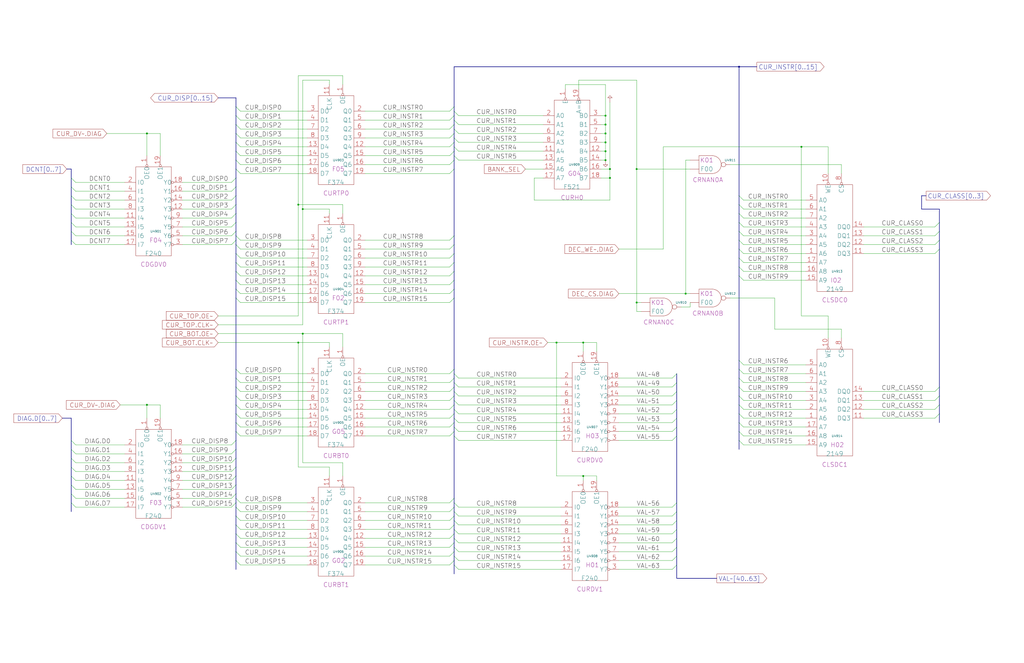
<source format=kicad_sch>
(kicad_sch (version 20250114) (generator "eeschema") (generator_version "9.0")
  (paper "User" 584.2 378.46)
  (title_block (title "CURRENT MACRO INSTRUCTION") (date "22-MAY-90") (rev "1.0") (comment 1 "SEQUENCER") (comment 2 "232-003064") (comment 3 "S400") (comment 4 "RELEASED"))
  (junction (at 363.22 172.72))
  (junction (at 172.72 119.38))
  (junction (at 345.44 86.36))
  (junction (at 170.18 116.84))
  (junction (at 345.44 71.12))
  (junction (at 421.64 38.1))
  (junction (at 347.98 96.52))
  (junction (at 391.16 167.64))
  (junction (at 170.18 195.58))
  (junction (at 363.22 96.52))
  (junction (at 317.5 195.58))
  (junction (at 332.74 195.58))
  (junction (at 83.82 76.2))
  (junction (at 172.72 190.5))
  (junction (at 345.44 66.04))
  (junction (at 347.98 101.6))
  (junction (at 83.82 231.14))
  (junction (at 345.44 91.44))
  (junction (at 332.74 271.78))
  (junction (at 345.44 81.28))
  (junction (at 345.44 76.2))
  (junction (at 457.2 83.82))
  (bus_entry (at 134.62 256.54) (size -2.54 2.54))
  (bus_entry (at 134.62 236.22) (size 2.54 2.54))
  (bus_entry (at 421.64 241.3) (size 2.54 2.54))
  (bus_entry (at 134.62 127) (size -2.54 2.54))
  (bus_entry (at 259.08 304.8) (size -2.54 2.54))
  (bus_entry (at 134.62 215.9) (size 2.54 2.54))
  (bus_entry (at 259.08 299.72) (size -2.54 2.54))
  (bus_entry (at 535.94 132.08) (size -2.54 2.54))
  (bus_entry (at 259.08 302.26) (size 2.54 2.54))
  (bus_entry (at 259.08 312.42) (size 2.54 2.54))
  (bus_entry (at 40.64 116.84) (size 2.54 2.54))
  (bus_entry (at 421.64 127) (size 2.54 2.54))
  (bus_entry (at 134.62 132.08) (size -2.54 2.54))
  (bus_entry (at 259.08 292.1) (size 2.54 2.54))
  (bus_entry (at 535.94 220.98) (size -2.54 2.54))
  (bus_entry (at 259.08 289.56) (size -2.54 2.54))
  (bus_entry (at 40.64 137.16) (size 2.54 2.54))
  (bus_entry (at 535.94 142.24) (size -2.54 2.54))
  (bus_entry (at 40.64 106.68) (size 2.54 2.54))
  (bus_entry (at 421.64 205.74) (size 2.54 2.54))
  (bus_entry (at 40.64 101.6) (size 2.54 2.54))
  (bus_entry (at 421.64 226.06) (size 2.54 2.54))
  (bus_entry (at 386.08 233.68) (size -2.54 2.54))
  (bus_entry (at 535.94 137.16) (size -2.54 2.54))
  (bus_entry (at 40.64 281.94) (size 2.54 2.54))
  (bus_entry (at 259.08 76.2) (size -2.54 2.54))
  (bus_entry (at 134.62 86.36) (size 2.54 2.54))
  (bus_entry (at 134.62 304.8) (size 2.54 2.54))
  (bus_entry (at 134.62 251.46) (size -2.54 2.54))
  (bus_entry (at 134.62 91.44) (size 2.54 2.54))
  (bus_entry (at 386.08 218.44) (size -2.54 2.54))
  (bus_entry (at 134.62 246.38) (size 2.54 2.54))
  (bus_entry (at 134.62 101.6) (size -2.54 2.54))
  (bus_entry (at 134.62 71.12) (size 2.54 2.54))
  (bus_entry (at 40.64 127) (size 2.54 2.54))
  (bus_entry (at 259.08 226.06) (size -2.54 2.54))
  (bus_entry (at 421.64 231.14) (size 2.54 2.54))
  (bus_entry (at 259.08 320.04) (size -2.54 2.54))
  (bus_entry (at 134.62 111.76) (size -2.54 2.54))
  (bus_entry (at 259.08 73.66) (size 2.54 2.54))
  (bus_entry (at 259.08 88.9) (size 2.54 2.54))
  (bus_entry (at 421.64 137.16) (size 2.54 2.54))
  (bus_entry (at 535.94 231.14) (size -2.54 2.54))
  (bus_entry (at 259.08 60.96) (size -2.54 2.54))
  (bus_entry (at 421.64 152.4) (size 2.54 2.54))
  (bus_entry (at 386.08 292.1) (size -2.54 2.54))
  (bus_entry (at 134.62 220.98) (size 2.54 2.54))
  (bus_entry (at 421.64 251.46) (size 2.54 2.54))
  (bus_entry (at 134.62 170.18) (size 2.54 2.54))
  (bus_entry (at 259.08 139.7) (size -2.54 2.54))
  (bus_entry (at 386.08 302.26) (size -2.54 2.54))
  (bus_entry (at 535.94 226.06) (size -2.54 2.54))
  (bus_entry (at 134.62 165.1) (size 2.54 2.54))
  (bus_entry (at 134.62 320.04) (size 2.54 2.54))
  (bus_entry (at 40.64 121.92) (size 2.54 2.54))
  (bus_entry (at 421.64 157.48) (size 2.54 2.54))
  (bus_entry (at 259.08 236.22) (size -2.54 2.54))
  (bus_entry (at 40.64 132.08) (size 2.54 2.54))
  (bus_entry (at 259.08 233.68) (size 2.54 2.54))
  (bus_entry (at 386.08 287.02) (size -2.54 2.54))
  (bus_entry (at 134.62 299.72) (size 2.54 2.54))
  (bus_entry (at 259.08 248.92) (size 2.54 2.54))
  (bus_entry (at 259.08 165.1) (size -2.54 2.54))
  (bus_entry (at 134.62 121.92) (size -2.54 2.54))
  (bus_entry (at 134.62 66.04) (size 2.54 2.54))
  (bus_entry (at 421.64 236.22) (size 2.54 2.54))
  (bus_entry (at 421.64 210.82) (size 2.54 2.54))
  (bus_entry (at 259.08 314.96) (size -2.54 2.54))
  (bus_entry (at 134.62 266.7) (size -2.54 2.54))
  (bus_entry (at 259.08 317.5) (size 2.54 2.54))
  (bus_entry (at 134.62 81.28) (size 2.54 2.54))
  (bus_entry (at 421.64 147.32) (size 2.54 2.54))
  (bus_entry (at 134.62 226.06) (size 2.54 2.54))
  (bus_entry (at 421.64 121.92) (size 2.54 2.54))
  (bus_entry (at 134.62 60.96) (size 2.54 2.54))
  (bus_entry (at 134.62 309.88) (size 2.54 2.54))
  (bus_entry (at 134.62 116.84) (size -2.54 2.54))
  (bus_entry (at 259.08 231.14) (size -2.54 2.54))
  (bus_entry (at 259.08 66.04) (size -2.54 2.54))
  (bus_entry (at 134.62 271.78) (size -2.54 2.54))
  (bus_entry (at 259.08 149.86) (size -2.54 2.54))
  (bus_entry (at 134.62 261.62) (size -2.54 2.54))
  (bus_entry (at 259.08 228.6) (size 2.54 2.54))
  (bus_entry (at 259.08 86.36) (size -2.54 2.54))
  (bus_entry (at 386.08 248.92) (size -2.54 2.54))
  (bus_entry (at 535.94 236.22) (size -2.54 2.54))
  (bus_entry (at 421.64 220.98) (size 2.54 2.54))
  (bus_entry (at 134.62 160.02) (size 2.54 2.54))
  (bus_entry (at 535.94 127) (size -2.54 2.54))
  (bus_entry (at 259.08 309.88) (size -2.54 2.54))
  (bus_entry (at 40.64 276.86) (size 2.54 2.54))
  (bus_entry (at 386.08 228.6) (size -2.54 2.54))
  (bus_entry (at 134.62 134.62) (size 2.54 2.54))
  (bus_entry (at 259.08 83.82) (size 2.54 2.54))
  (bus_entry (at 259.08 160.02) (size -2.54 2.54))
  (bus_entry (at 259.08 215.9) (size -2.54 2.54))
  (bus_entry (at 421.64 132.08) (size 2.54 2.54))
  (bus_entry (at 40.64 287.02) (size 2.54 2.54))
  (bus_entry (at 421.64 142.24) (size 2.54 2.54))
  (bus_entry (at 259.08 294.64) (size -2.54 2.54))
  (bus_entry (at 40.64 111.76) (size 2.54 2.54))
  (bus_entry (at 259.08 218.44) (size 2.54 2.54))
  (bus_entry (at 259.08 287.02) (size 2.54 2.54))
  (bus_entry (at 421.64 116.84) (size 2.54 2.54))
  (bus_entry (at 386.08 238.76) (size -2.54 2.54))
  (bus_entry (at 386.08 297.18) (size -2.54 2.54))
  (bus_entry (at 259.08 81.28) (size -2.54 2.54))
  (bus_entry (at 259.08 71.12) (size -2.54 2.54))
  (bus_entry (at 134.62 210.82) (size 2.54 2.54))
  (bus_entry (at 259.08 223.52) (size 2.54 2.54))
  (bus_entry (at 259.08 91.44) (size -2.54 2.54))
  (bus_entry (at 386.08 317.5) (size -2.54 2.54))
  (bus_entry (at 421.64 111.76) (size 2.54 2.54))
  (bus_entry (at 259.08 220.98) (size -2.54 2.54))
  (bus_entry (at 386.08 312.42) (size -2.54 2.54))
  (bus_entry (at 259.08 210.82) (size -2.54 2.54))
  (bus_entry (at 259.08 134.62) (size -2.54 2.54))
  (bus_entry (at 421.64 246.38) (size 2.54 2.54))
  (bus_entry (at 134.62 241.3) (size 2.54 2.54))
  (bus_entry (at 134.62 76.2) (size 2.54 2.54))
  (bus_entry (at 259.08 144.78) (size -2.54 2.54))
  (bus_entry (at 259.08 78.74) (size 2.54 2.54))
  (bus_entry (at 134.62 231.14) (size 2.54 2.54))
  (bus_entry (at 259.08 284.48) (size -2.54 2.54))
  (bus_entry (at 259.08 322.58) (size 2.54 2.54))
  (bus_entry (at 259.08 307.34) (size 2.54 2.54))
  (bus_entry (at 134.62 281.94) (size -2.54 2.54))
  (bus_entry (at 386.08 322.58) (size -2.54 2.54))
  (bus_entry (at 134.62 284.48) (size 2.54 2.54))
  (bus_entry (at 40.64 261.62) (size 2.54 2.54))
  (bus_entry (at 259.08 170.18) (size -2.54 2.54))
  (bus_entry (at 40.64 256.54) (size 2.54 2.54))
  (bus_entry (at 259.08 63.5) (size 2.54 2.54))
  (bus_entry (at 134.62 139.7) (size 2.54 2.54))
  (bus_entry (at 421.64 215.9) (size 2.54 2.54))
  (bus_entry (at 134.62 144.78) (size 2.54 2.54))
  (bus_entry (at 259.08 297.18) (size 2.54 2.54))
  (bus_entry (at 386.08 213.36) (size -2.54 2.54))
  (bus_entry (at 386.08 223.52) (size -2.54 2.54))
  (bus_entry (at 259.08 241.3) (size -2.54 2.54))
  (bus_entry (at 134.62 106.68) (size -2.54 2.54))
  (bus_entry (at 259.08 96.52) (size -2.54 2.54))
  (bus_entry (at 259.08 68.58) (size 2.54 2.54))
  (bus_entry (at 259.08 154.94) (size -2.54 2.54))
  (bus_entry (at 134.62 137.16) (size -2.54 2.54))
  (bus_entry (at 134.62 314.96) (size 2.54 2.54))
  (bus_entry (at 134.62 287.02) (size -2.54 2.54))
  (bus_entry (at 259.08 246.38) (size -2.54 2.54))
  (bus_entry (at 259.08 243.84) (size 2.54 2.54))
  (bus_entry (at 40.64 251.46) (size 2.54 2.54))
  (bus_entry (at 134.62 149.86) (size 2.54 2.54))
  (bus_entry (at 386.08 307.34) (size -2.54 2.54))
  (bus_entry (at 134.62 294.64) (size 2.54 2.54))
  (bus_entry (at 40.64 271.78) (size 2.54 2.54))
  (bus_entry (at 134.62 276.86) (size -2.54 2.54))
  (bus_entry (at 259.08 238.76) (size 2.54 2.54))
  (bus_entry (at 134.62 96.52) (size 2.54 2.54))
  (bus_entry (at 386.08 243.84) (size -2.54 2.54))
  (bus_entry (at 259.08 213.36) (size 2.54 2.54))
  (bus_entry (at 134.62 154.94) (size 2.54 2.54))
  (bus_entry (at 40.64 266.7) (size 2.54 2.54))
  (bus_entry (at 134.62 289.56) (size 2.54 2.54))
  (bus (pts (xy 421.64 246.38) (xy 421.64 251.46)))
  (bus (pts (xy 525.78 111.76) (xy 528.32 111.76)))
  (bus (pts (xy 386.08 307.34) (xy 386.08 312.42)))
  (wire (pts (xy 492.76 129.54) (xy 533.4 129.54)))
  (bus (pts (xy 40.64 96.52) (xy 40.64 101.6)))
  (bus (pts (xy 421.64 220.98) (xy 421.64 226.06)))
  (bus (pts (xy 421.64 142.24) (xy 421.64 147.32)))
  (bus (pts (xy 525.78 119.38) (xy 525.78 111.76)))
  (wire (pts (xy 304.8 114.3) (xy 347.98 114.3)))
  (wire (pts (xy 363.22 96.52) (xy 393.7 96.52)))
  (bus (pts (xy 259.08 236.22) (xy 259.08 238.76)))
  (wire (pts (xy 424.18 149.86) (xy 459.74 149.86)))
  (wire (pts (xy 342.9 71.12) (xy 345.44 71.12)))
  (bus (pts (xy 259.08 314.96) (xy 259.08 317.5)))
  (bus (pts (xy 259.08 307.34) (xy 259.08 309.88)))
  (wire (pts (xy 104.14 109.22) (xy 132.08 109.22)))
  (wire (pts (xy 208.28 248.92) (xy 256.54 248.92)))
  (wire (pts (xy 261.62 81.28) (xy 309.88 81.28)))
  (wire (pts (xy 317.5 195.58) (xy 317.5 271.78)))
  (bus (pts (xy 259.08 317.5) (xy 259.08 320.04)))
  (bus (pts (xy 386.08 233.68) (xy 386.08 238.76)))
  (bus (pts (xy 40.64 132.08) (xy 40.64 137.16)))
  (wire (pts (xy 261.62 304.8) (xy 320.04 304.8)))
  (wire (pts (xy 137.16 68.58) (xy 175.26 68.58)))
  (wire (pts (xy 353.06 251.46) (xy 383.54 251.46)))
  (wire (pts (xy 208.28 302.26) (xy 256.54 302.26)))
  (wire (pts (xy 68.58 231.14) (xy 83.82 231.14)))
  (wire (pts (xy 353.06 309.88) (xy 383.54 309.88)))
  (wire (pts (xy 424.18 238.76) (xy 459.74 238.76)))
  (wire (pts (xy 393.7 175.26) (xy 393.7 172.72)))
  (wire (pts (xy 208.28 307.34) (xy 256.54 307.34)))
  (wire (pts (xy 208.28 292.1) (xy 256.54 292.1)))
  (wire (pts (xy 353.06 236.22) (xy 383.54 236.22)))
  (wire (pts (xy 345.44 91.44) (xy 345.44 86.36)))
  (wire (pts (xy 137.16 147.32) (xy 175.26 147.32)))
  (wire (pts (xy 424.18 218.44) (xy 459.74 218.44)))
  (wire (pts (xy 137.16 307.34) (xy 175.26 307.34)))
  (wire (pts (xy 170.18 43.18) (xy 170.18 116.84)))
  (wire (pts (xy 104.14 129.54) (xy 132.08 129.54)))
  (bus (pts (xy 134.62 294.64) (xy 134.62 299.72)))
  (wire (pts (xy 137.16 228.6) (xy 175.26 228.6)))
  (bus (pts (xy 134.62 314.96) (xy 134.62 320.04)))
  (bus (pts (xy 259.08 73.66) (xy 259.08 76.2)))
  (bus (pts (xy 124.46 55.88) (xy 134.62 55.88)))
  (wire (pts (xy 43.18 259.08) (xy 71.12 259.08)))
  (bus (pts (xy 421.64 127) (xy 421.64 132.08)))
  (bus (pts (xy 259.08 322.58) (xy 259.08 327.66)))
  (bus (pts (xy 134.62 276.86) (xy 134.62 281.94)))
  (wire (pts (xy 472.44 180.34) (xy 457.2 180.34)))
  (wire (pts (xy 137.16 312.42) (xy 175.26 312.42)))
  (wire (pts (xy 43.18 254) (xy 71.12 254)))
  (wire (pts (xy 441.96 187.96) (xy 480.06 187.96)))
  (bus (pts (xy 259.08 299.72) (xy 259.08 302.26)))
  (bus (pts (xy 421.64 137.16) (xy 421.64 142.24)))
  (wire (pts (xy 137.16 243.84) (xy 175.26 243.84)))
  (wire (pts (xy 137.16 322.58) (xy 175.26 322.58)))
  (bus (pts (xy 259.08 302.26) (xy 259.08 304.8)))
  (wire (pts (xy 208.28 99.06) (xy 256.54 99.06)))
  (wire (pts (xy 43.18 274.32) (xy 71.12 274.32)))
  (wire (pts (xy 208.28 137.16) (xy 256.54 137.16)))
  (wire (pts (xy 345.44 81.28) (xy 345.44 76.2)))
  (bus (pts (xy 134.62 236.22) (xy 134.62 241.3)))
  (bus (pts (xy 259.08 233.68) (xy 259.08 236.22)))
  (wire (pts (xy 345.44 76.2) (xy 345.44 71.12)))
  (wire (pts (xy 492.76 144.78) (xy 533.4 144.78)))
  (wire (pts (xy 195.58 43.18) (xy 170.18 43.18)))
  (bus (pts (xy 421.64 132.08) (xy 421.64 137.16)))
  (wire (pts (xy 261.62 76.2) (xy 309.88 76.2)))
  (wire (pts (xy 330.2 45.72) (xy 363.22 45.72)))
  (wire (pts (xy 187.96 266.7) (xy 170.18 266.7)))
  (bus (pts (xy 134.62 251.46) (xy 134.62 256.54)))
  (wire (pts (xy 91.44 76.2) (xy 83.82 76.2)))
  (bus (pts (xy 259.08 284.48) (xy 259.08 287.02)))
  (wire (pts (xy 137.16 297.18) (xy 175.26 297.18)))
  (wire (pts (xy 391.16 167.64) (xy 391.16 91.44)))
  (wire (pts (xy 172.72 185.42) (xy 172.72 119.38)))
  (wire (pts (xy 353.06 167.64) (xy 391.16 167.64)))
  (bus (pts (xy 386.08 292.1) (xy 386.08 297.18)))
  (bus (pts (xy 40.64 256.54) (xy 40.64 261.62)))
  (wire (pts (xy 363.22 45.72) (xy 363.22 96.52)))
  (bus (pts (xy 259.08 238.76) (xy 259.08 241.3)))
  (bus (pts (xy 259.08 160.02) (xy 259.08 165.1)))
  (wire (pts (xy 261.62 241.3) (xy 320.04 241.3)))
  (wire (pts (xy 104.14 259.08) (xy 132.08 259.08)))
  (bus (pts (xy 535.94 142.24) (xy 535.94 220.98)))
  (bus (pts (xy 259.08 134.62) (xy 259.08 139.7)))
  (wire (pts (xy 261.62 320.04) (xy 320.04 320.04)))
  (bus (pts (xy 134.62 241.3) (xy 134.62 246.38)))
  (wire (pts (xy 347.98 114.3) (xy 347.98 101.6)))
  (wire (pts (xy 424.18 129.54) (xy 459.74 129.54)))
  (bus (pts (xy 134.62 154.94) (xy 134.62 160.02)))
  (wire (pts (xy 353.06 142.24) (xy 378.46 142.24)))
  (wire (pts (xy 353.06 231.14) (xy 383.54 231.14)))
  (bus (pts (xy 259.08 241.3) (xy 259.08 243.84)))
  (bus (pts (xy 134.62 149.86) (xy 134.62 154.94)))
  (bus (pts (xy 421.64 205.74) (xy 421.64 210.82)))
  (bus (pts (xy 38.1 96.52) (xy 40.64 96.52)))
  (wire (pts (xy 43.18 109.22) (xy 71.12 109.22)))
  (wire (pts (xy 43.18 129.54) (xy 71.12 129.54)))
  (wire (pts (xy 137.16 99.06) (xy 175.26 99.06)))
  (bus (pts (xy 535.94 119.38) (xy 525.78 119.38)))
  (wire (pts (xy 208.28 312.42) (xy 256.54 312.42)))
  (wire (pts (xy 342.9 66.04) (xy 345.44 66.04)))
  (bus (pts (xy 421.64 215.9) (xy 421.64 220.98)))
  (wire (pts (xy 208.28 83.82) (xy 256.54 83.82)))
  (wire (pts (xy 208.28 152.4) (xy 256.54 152.4)))
  (wire (pts (xy 353.06 320.04) (xy 383.54 320.04)))
  (wire (pts (xy 472.44 193.04) (xy 472.44 180.34)))
  (bus (pts (xy 535.94 220.98) (xy 535.94 226.06)))
  (bus (pts (xy 259.08 220.98) (xy 259.08 223.52)))
  (bus (pts (xy 421.64 38.1) (xy 421.64 111.76)))
  (wire (pts (xy 345.44 66.04) (xy 345.44 48.26)))
  (bus (pts (xy 421.64 236.22) (xy 421.64 241.3)))
  (wire (pts (xy 137.16 218.44) (xy 175.26 218.44)))
  (bus (pts (xy 259.08 78.74) (xy 259.08 81.28)))
  (wire (pts (xy 322.58 48.26) (xy 322.58 50.8)))
  (wire (pts (xy 187.96 198.12) (xy 187.96 195.58)))
  (bus (pts (xy 134.62 284.48) (xy 134.62 287.02)))
  (wire (pts (xy 137.16 137.16) (xy 175.26 137.16)))
  (bus (pts (xy 259.08 304.8) (xy 259.08 307.34)))
  (wire (pts (xy 353.06 226.06) (xy 383.54 226.06)))
  (bus (pts (xy 40.64 121.92) (xy 40.64 127)))
  (bus (pts (xy 259.08 86.36) (xy 259.08 88.9)))
  (wire (pts (xy 83.82 76.2) (xy 83.82 88.9)))
  (wire (pts (xy 332.74 271.78) (xy 332.74 274.32)))
  (bus (pts (xy 386.08 330.2) (xy 408.94 330.2)))
  (bus (pts (xy 40.64 111.76) (xy 40.64 116.84)))
  (bus (pts (xy 134.62 66.04) (xy 134.62 71.12)))
  (bus (pts (xy 134.62 134.62) (xy 134.62 137.16)))
  (bus (pts (xy 134.62 309.88) (xy 134.62 314.96)))
  (bus (pts (xy 134.62 231.14) (xy 134.62 236.22)))
  (bus (pts (xy 40.64 276.86) (xy 40.64 281.94)))
  (wire (pts (xy 345.44 71.12) (xy 345.44 66.04)))
  (wire (pts (xy 261.62 251.46) (xy 320.04 251.46)))
  (bus (pts (xy 134.62 170.18) (xy 134.62 210.82)))
  (bus (pts (xy 259.08 312.42) (xy 259.08 314.96)))
  (wire (pts (xy 208.28 157.48) (xy 256.54 157.48)))
  (wire (pts (xy 208.28 213.36) (xy 256.54 213.36)))
  (wire (pts (xy 261.62 226.06) (xy 320.04 226.06)))
  (wire (pts (xy 492.76 134.62) (xy 533.4 134.62)))
  (wire (pts (xy 424.18 139.7) (xy 459.74 139.7)))
  (wire (pts (xy 208.28 73.66) (xy 256.54 73.66)))
  (bus (pts (xy 259.08 294.64) (xy 259.08 297.18)))
  (wire (pts (xy 104.14 114.3) (xy 132.08 114.3)))
  (wire (pts (xy 170.18 116.84) (xy 195.58 116.84)))
  (bus (pts (xy 40.64 261.62) (xy 40.64 266.7)))
  (wire (pts (xy 492.76 228.6) (xy 533.4 228.6)))
  (bus (pts (xy 259.08 60.96) (xy 259.08 63.5)))
  (bus (pts (xy 259.08 320.04) (xy 259.08 322.58)))
  (bus (pts (xy 134.62 320.04) (xy 134.62 325.12)))
  (wire (pts (xy 424.18 228.6) (xy 459.74 228.6)))
  (bus (pts (xy 134.62 261.62) (xy 134.62 266.7)))
  (wire (pts (xy 43.18 139.7) (xy 71.12 139.7)))
  (bus (pts (xy 535.94 231.14) (xy 535.94 236.22)))
  (wire (pts (xy 137.16 213.36) (xy 175.26 213.36)))
  (wire (pts (xy 124.46 180.34) (xy 170.18 180.34)))
  (wire (pts (xy 261.62 314.96) (xy 320.04 314.96)))
  (bus (pts (xy 386.08 248.92) (xy 386.08 287.02)))
  (bus (pts (xy 421.64 226.06) (xy 421.64 231.14)))
  (bus (pts (xy 421.64 157.48) (xy 421.64 205.74)))
  (wire (pts (xy 340.36 195.58) (xy 340.36 200.66)))
  (bus (pts (xy 134.62 71.12) (xy 134.62 76.2)))
  (wire (pts (xy 187.96 271.78) (xy 187.96 266.7)))
  (wire (pts (xy 208.28 172.72) (xy 256.54 172.72)))
  (wire (pts (xy 137.16 83.82) (xy 175.26 83.82)))
  (bus (pts (xy 40.64 106.68) (xy 40.64 111.76)))
  (bus (pts (xy 259.08 66.04) (xy 259.08 68.58)))
  (wire (pts (xy 137.16 317.5) (xy 175.26 317.5)))
  (bus (pts (xy 386.08 297.18) (xy 386.08 302.26)))
  (bus (pts (xy 421.64 251.46) (xy 421.64 256.54)))
  (wire (pts (xy 424.18 208.28) (xy 459.74 208.28)))
  (wire (pts (xy 353.06 246.38) (xy 383.54 246.38)))
  (wire (pts (xy 492.76 233.68) (xy 533.4 233.68)))
  (wire (pts (xy 424.18 254) (xy 459.74 254)))
  (wire (pts (xy 208.28 93.98) (xy 256.54 93.98)))
  (wire (pts (xy 424.18 144.78) (xy 459.74 144.78)))
  (wire (pts (xy 424.18 213.36) (xy 459.74 213.36)))
  (wire (pts (xy 353.06 299.72) (xy 383.54 299.72)))
  (wire (pts (xy 137.16 292.1) (xy 175.26 292.1)))
  (wire (pts (xy 187.96 45.72) (xy 172.72 45.72)))
  (wire (pts (xy 170.18 195.58) (xy 170.18 266.7)))
  (bus (pts (xy 40.64 271.78) (xy 40.64 276.86)))
  (wire (pts (xy 208.28 88.9) (xy 256.54 88.9)))
  (wire (pts (xy 353.06 325.12) (xy 383.54 325.12)))
  (wire (pts (xy 457.2 180.34) (xy 457.2 83.82)))
  (wire (pts (xy 170.18 195.58) (xy 187.96 195.58)))
  (wire (pts (xy 43.18 119.38) (xy 71.12 119.38)))
  (wire (pts (xy 104.14 139.7) (xy 132.08 139.7)))
  (bus (pts (xy 386.08 243.84) (xy 386.08 248.92)))
  (wire (pts (xy 304.8 101.6) (xy 304.8 114.3)))
  (wire (pts (xy 261.62 299.72) (xy 320.04 299.72)))
  (wire (pts (xy 378.46 142.24) (xy 378.46 83.82)))
  (wire (pts (xy 137.16 93.98) (xy 175.26 93.98)))
  (wire (pts (xy 104.14 279.4) (xy 132.08 279.4)))
  (bus (pts (xy 259.08 170.18) (xy 259.08 210.82)))
  (wire (pts (xy 137.16 142.24) (xy 175.26 142.24)))
  (wire (pts (xy 261.62 236.22) (xy 320.04 236.22)))
  (wire (pts (xy 480.06 187.96) (xy 480.06 193.04)))
  (wire (pts (xy 208.28 243.84) (xy 256.54 243.84)))
  (bus (pts (xy 259.08 309.88) (xy 259.08 312.42)))
  (wire (pts (xy 424.18 114.3) (xy 459.74 114.3)))
  (wire (pts (xy 345.44 86.36) (xy 345.44 81.28)))
  (wire (pts (xy 353.06 215.9) (xy 383.54 215.9)))
  (wire (pts (xy 353.06 314.96) (xy 383.54 314.96)))
  (bus (pts (xy 40.64 266.7) (xy 40.64 271.78)))
  (wire (pts (xy 104.14 264.16) (xy 132.08 264.16)))
  (wire (pts (xy 261.62 86.36) (xy 309.88 86.36)))
  (wire (pts (xy 363.22 96.52) (xy 363.22 172.72)))
  (wire (pts (xy 137.16 248.92) (xy 175.26 248.92)))
  (bus (pts (xy 134.62 160.02) (xy 134.62 165.1)))
  (wire (pts (xy 195.58 271.78) (xy 195.58 264.16)))
  (wire (pts (xy 172.72 264.16) (xy 172.72 190.5)))
  (bus (pts (xy 421.64 116.84) (xy 421.64 121.92)))
  (bus (pts (xy 134.62 299.72) (xy 134.62 304.8)))
  (wire (pts (xy 137.16 78.74) (xy 175.26 78.74)))
  (wire (pts (xy 137.16 162.56) (xy 175.26 162.56)))
  (wire (pts (xy 424.18 124.46) (xy 459.74 124.46)))
  (wire (pts (xy 353.06 294.64) (xy 383.54 294.64)))
  (wire (pts (xy 347.98 58.42) (xy 347.98 96.52)))
  (wire (pts (xy 137.16 63.5) (xy 175.26 63.5)))
  (bus (pts (xy 40.64 127) (xy 40.64 132.08)))
  (bus (pts (xy 259.08 218.44) (xy 259.08 220.98)))
  (wire (pts (xy 195.58 48.26) (xy 195.58 43.18)))
  (wire (pts (xy 137.16 287.02) (xy 175.26 287.02)))
  (wire (pts (xy 388.62 175.26) (xy 393.7 175.26)))
  (wire (pts (xy 43.18 104.14) (xy 71.12 104.14)))
  (wire (pts (xy 60.96 76.2) (xy 83.82 76.2)))
  (wire (pts (xy 195.58 116.84) (xy 195.58 121.92)))
  (bus (pts (xy 134.62 220.98) (xy 134.62 226.06)))
  (bus (pts (xy 40.64 287.02) (xy 40.64 292.1)))
  (wire (pts (xy 195.58 264.16) (xy 172.72 264.16)))
  (bus (pts (xy 259.08 292.1) (xy 259.08 294.64)))
  (wire (pts (xy 332.74 195.58) (xy 340.36 195.58)))
  (wire (pts (xy 104.14 104.14) (xy 132.08 104.14)))
  (wire (pts (xy 104.14 124.46) (xy 132.08 124.46)))
  (wire (pts (xy 91.44 88.9) (xy 91.44 76.2)))
  (wire (pts (xy 91.44 238.76) (xy 91.44 231.14)))
  (wire (pts (xy 43.18 134.62) (xy 71.12 134.62)))
  (wire (pts (xy 195.58 198.12) (xy 195.58 190.5)))
  (bus (pts (xy 259.08 226.06) (xy 259.08 228.6)))
  (wire (pts (xy 104.14 269.24) (xy 132.08 269.24)))
  (bus (pts (xy 134.62 60.96) (xy 134.62 66.04)))
  (wire (pts (xy 261.62 231.14) (xy 320.04 231.14)))
  (wire (pts (xy 104.14 274.32) (xy 132.08 274.32)))
  (wire (pts (xy 208.28 228.6) (xy 256.54 228.6)))
  (bus (pts (xy 134.62 106.68) (xy 134.62 111.76)))
  (wire (pts (xy 208.28 322.58) (xy 256.54 322.58)))
  (bus (pts (xy 134.62 86.36) (xy 134.62 91.44)))
  (bus (pts (xy 259.08 246.38) (xy 259.08 248.92)))
  (bus (pts (xy 134.62 132.08) (xy 134.62 134.62)))
  (bus (pts (xy 134.62 287.02) (xy 134.62 289.56)))
  (bus (pts (xy 259.08 213.36) (xy 259.08 215.9)))
  (wire (pts (xy 424.18 248.92) (xy 459.74 248.92)))
  (wire (pts (xy 43.18 264.16) (xy 71.12 264.16)))
  (bus (pts (xy 386.08 322.58) (xy 386.08 330.2)))
  (bus (pts (xy 259.08 38.1) (xy 421.64 38.1)))
  (bus (pts (xy 259.08 144.78) (xy 259.08 149.86)))
  (bus (pts (xy 535.94 132.08) (xy 535.94 137.16)))
  (bus (pts (xy 134.62 246.38) (xy 134.62 251.46)))
  (wire (pts (xy 416.56 170.18) (xy 441.96 170.18)))
  (bus (pts (xy 421.64 241.3) (xy 421.64 246.38)))
  (bus (pts (xy 40.64 281.94) (xy 40.64 287.02)))
  (bus (pts (xy 134.62 215.9) (xy 134.62 220.98)))
  (bus (pts (xy 535.94 137.16) (xy 535.94 142.24)))
  (bus (pts (xy 40.64 251.46) (xy 40.64 256.54)))
  (wire (pts (xy 261.62 246.38) (xy 320.04 246.38)))
  (bus (pts (xy 134.62 116.84) (xy 134.62 121.92)))
  (wire (pts (xy 309.88 101.6) (xy 304.8 101.6)))
  (wire (pts (xy 208.28 162.56) (xy 256.54 162.56)))
  (wire (pts (xy 172.72 45.72) (xy 172.72 119.38)))
  (wire (pts (xy 353.06 241.3) (xy 383.54 241.3)))
  (bus (pts (xy 134.62 281.94) (xy 134.62 284.48)))
  (wire (pts (xy 137.16 302.26) (xy 175.26 302.26)))
  (wire (pts (xy 208.28 297.18) (xy 256.54 297.18)))
  (bus (pts (xy 259.08 154.94) (xy 259.08 160.02)))
  (wire (pts (xy 124.46 195.58) (xy 170.18 195.58)))
  (wire (pts (xy 137.16 172.72) (xy 175.26 172.72)))
  (wire (pts (xy 424.18 134.62) (xy 459.74 134.62)))
  (wire (pts (xy 332.74 195.58) (xy 332.74 200.66)))
  (wire (pts (xy 137.16 238.76) (xy 175.26 238.76)))
  (bus (pts (xy 134.62 127) (xy 134.62 132.08)))
  (wire (pts (xy 104.14 134.62) (xy 132.08 134.62)))
  (wire (pts (xy 261.62 66.04) (xy 309.88 66.04)))
  (bus (pts (xy 259.08 243.84) (xy 259.08 246.38)))
  (bus (pts (xy 35.56 238.76) (xy 40.64 238.76)))
  (wire (pts (xy 393.7 167.64) (xy 391.16 167.64)))
  (wire (pts (xy 208.28 63.5) (xy 256.54 63.5)))
  (bus (pts (xy 386.08 287.02) (xy 386.08 292.1)))
  (wire (pts (xy 317.5 195.58) (xy 332.74 195.58)))
  (wire (pts (xy 261.62 91.44) (xy 309.88 91.44)))
  (wire (pts (xy 363.22 177.8) (xy 365.76 177.8)))
  (wire (pts (xy 424.18 243.84) (xy 459.74 243.84)))
  (wire (pts (xy 104.14 119.38) (xy 132.08 119.38)))
  (bus (pts (xy 40.64 116.84) (xy 40.64 121.92)))
  (bus (pts (xy 134.62 210.82) (xy 134.62 215.9)))
  (wire (pts (xy 43.18 279.4) (xy 71.12 279.4)))
  (wire (pts (xy 43.18 284.48) (xy 71.12 284.48)))
  (wire (pts (xy 208.28 233.68) (xy 256.54 233.68)))
  (wire (pts (xy 104.14 289.56) (xy 132.08 289.56)))
  (wire (pts (xy 261.62 71.12) (xy 309.88 71.12)))
  (bus (pts (xy 259.08 96.52) (xy 259.08 134.62)))
  (bus (pts (xy 259.08 223.52) (xy 259.08 226.06)))
  (bus (pts (xy 134.62 55.88) (xy 134.62 60.96)))
  (wire (pts (xy 457.2 83.82) (xy 472.44 83.82)))
  (wire (pts (xy 124.46 185.42) (xy 172.72 185.42)))
  (wire (pts (xy 492.76 139.7) (xy 533.4 139.7)))
  (wire (pts (xy 104.14 254) (xy 132.08 254)))
  (wire (pts (xy 187.96 119.38) (xy 187.96 121.92)))
  (bus (pts (xy 259.08 76.2) (xy 259.08 78.74)))
  (bus (pts (xy 259.08 91.44) (xy 259.08 96.52)))
  (wire (pts (xy 170.18 180.34) (xy 170.18 116.84)))
  (wire (pts (xy 208.28 147.32) (xy 256.54 147.32)))
  (wire (pts (xy 345.44 48.26) (xy 322.58 48.26)))
  (bus (pts (xy 386.08 218.44) (xy 386.08 223.52)))
  (wire (pts (xy 195.58 190.5) (xy 172.72 190.5)))
  (wire (pts (xy 83.82 231.14) (xy 91.44 231.14)))
  (bus (pts (xy 134.62 256.54) (xy 134.62 261.62)))
  (bus (pts (xy 259.08 81.28) (xy 259.08 83.82)))
  (bus (pts (xy 134.62 226.06) (xy 134.62 231.14)))
  (wire (pts (xy 208.28 167.64) (xy 256.54 167.64)))
  (wire (pts (xy 330.2 50.8) (xy 330.2 45.72)))
  (wire (pts (xy 187.96 48.26) (xy 187.96 45.72)))
  (bus (pts (xy 40.64 238.76) (xy 40.64 251.46)))
  (bus (pts (xy 134.62 91.44) (xy 134.62 96.52)))
  (bus (pts (xy 259.08 68.58) (xy 259.08 71.12)))
  (wire (pts (xy 424.18 223.52) (xy 459.74 223.52)))
  (wire (pts (xy 208.28 78.74) (xy 256.54 78.74)))
  (wire (pts (xy 312.42 195.58) (xy 317.5 195.58)))
  (bus (pts (xy 421.64 147.32) (xy 421.64 152.4)))
  (wire (pts (xy 261.62 309.88) (xy 320.04 309.88)))
  (bus (pts (xy 134.62 271.78) (xy 134.62 276.86)))
  (bus (pts (xy 386.08 223.52) (xy 386.08 228.6)))
  (wire (pts (xy 353.06 289.56) (xy 383.54 289.56)))
  (wire (pts (xy 492.76 238.76) (xy 533.4 238.76)))
  (bus (pts (xy 40.64 101.6) (xy 40.64 106.68)))
  (wire (pts (xy 353.06 220.98) (xy 383.54 220.98)))
  (wire (pts (xy 137.16 73.66) (xy 175.26 73.66)))
  (bus (pts (xy 134.62 121.92) (xy 134.62 127)))
  (bus (pts (xy 134.62 165.1) (xy 134.62 170.18)))
  (wire (pts (xy 347.98 101.6) (xy 342.9 101.6)))
  (bus (pts (xy 134.62 81.28) (xy 134.62 86.36)))
  (wire (pts (xy 137.16 88.9) (xy 175.26 88.9)))
  (bus (pts (xy 386.08 228.6) (xy 386.08 233.68)))
  (wire (pts (xy 299.72 96.52) (xy 309.88 96.52)))
  (bus (pts (xy 421.64 231.14) (xy 421.64 236.22)))
  (wire (pts (xy 261.62 325.12) (xy 320.04 325.12)))
  (bus (pts (xy 259.08 71.12) (xy 259.08 73.66)))
  (wire (pts (xy 208.28 68.58) (xy 256.54 68.58)))
  (wire (pts (xy 416.56 93.98) (xy 480.06 93.98)))
  (bus (pts (xy 134.62 96.52) (xy 134.62 101.6)))
  (wire (pts (xy 424.18 154.94) (xy 459.74 154.94)))
  (bus (pts (xy 134.62 111.76) (xy 134.62 116.84)))
  (bus (pts (xy 386.08 317.5) (xy 386.08 322.58)))
  (wire (pts (xy 208.28 238.76) (xy 256.54 238.76)))
  (wire (pts (xy 261.62 289.56) (xy 320.04 289.56)))
  (wire (pts (xy 208.28 317.5) (xy 256.54 317.5)))
  (wire (pts (xy 137.16 233.68) (xy 175.26 233.68)))
  (bus (pts (xy 535.94 127) (xy 535.94 132.08)))
  (wire (pts (xy 208.28 142.24) (xy 256.54 142.24)))
  (wire (pts (xy 208.28 223.52) (xy 256.54 223.52)))
  (bus (pts (xy 259.08 149.86) (xy 259.08 154.94)))
  (bus (pts (xy 259.08 38.1) (xy 259.08 60.96)))
  (wire (pts (xy 424.18 233.68) (xy 459.74 233.68)))
  (wire (pts (xy 317.5 271.78) (xy 332.74 271.78)))
  (bus (pts (xy 386.08 238.76) (xy 386.08 243.84)))
  (wire (pts (xy 342.9 86.36) (xy 345.44 86.36)))
  (bus (pts (xy 259.08 297.18) (xy 259.08 299.72)))
  (bus (pts (xy 259.08 165.1) (xy 259.08 170.18)))
  (bus (pts (xy 134.62 144.78) (xy 134.62 149.86)))
  (wire (pts (xy 347.98 96.52) (xy 347.98 101.6)))
  (wire (pts (xy 104.14 284.48) (xy 132.08 284.48)))
  (bus (pts (xy 259.08 231.14) (xy 259.08 233.68)))
  (wire (pts (xy 43.18 124.46) (xy 71.12 124.46)))
  (bus (pts (xy 259.08 63.5) (xy 259.08 66.04)))
  (bus (pts (xy 134.62 137.16) (xy 134.62 139.7)))
  (wire (pts (xy 137.16 167.64) (xy 175.26 167.64)))
  (bus (pts (xy 421.64 111.76) (xy 421.64 116.84)))
  (bus (pts (xy 535.94 236.22) (xy 535.94 241.3)))
  (wire (pts (xy 83.82 231.14) (xy 83.82 238.76)))
  (wire (pts (xy 441.96 170.18) (xy 441.96 187.96)))
  (bus (pts (xy 386.08 213.36) (xy 386.08 218.44)))
  (wire (pts (xy 261.62 294.64) (xy 320.04 294.64)))
  (bus (pts (xy 259.08 248.92) (xy 259.08 284.48)))
  (wire (pts (xy 363.22 172.72) (xy 363.22 177.8)))
  (wire (pts (xy 424.18 119.38) (xy 459.74 119.38)))
  (bus (pts (xy 421.64 152.4) (xy 421.64 157.48)))
  (bus (pts (xy 386.08 302.26) (xy 386.08 307.34)))
  (wire (pts (xy 340.36 271.78) (xy 340.36 274.32)))
  (bus (pts (xy 421.64 121.92) (xy 421.64 127)))
  (bus (pts (xy 535.94 226.06) (xy 535.94 231.14)))
  (wire (pts (xy 391.16 91.44) (xy 393.7 91.44)))
  (bus (pts (xy 134.62 101.6) (xy 134.62 106.68)))
  (bus (pts (xy 134.62 289.56) (xy 134.62 294.64)))
  (bus (pts (xy 421.64 210.82) (xy 421.64 215.9)))
  (wire (pts (xy 480.06 93.98) (xy 480.06 99.06)))
  (wire (pts (xy 492.76 223.52) (xy 533.4 223.52)))
  (bus (pts (xy 134.62 76.2) (xy 134.62 81.28)))
  (bus (pts (xy 40.64 137.16) (xy 40.64 139.7)))
  (bus (pts (xy 134.62 304.8) (xy 134.62 309.88)))
  (wire (pts (xy 137.16 157.48) (xy 175.26 157.48)))
  (bus (pts (xy 259.08 139.7) (xy 259.08 144.78)))
  (bus (pts (xy 259.08 289.56) (xy 259.08 292.1)))
  (bus (pts (xy 259.08 83.82) (xy 259.08 86.36)))
  (bus (pts (xy 421.64 38.1) (xy 431.8 38.1)))
  (wire (pts (xy 261.62 215.9) (xy 320.04 215.9)))
  (wire (pts (xy 378.46 83.82) (xy 457.2 83.82)))
  (wire (pts (xy 43.18 269.24) (xy 71.12 269.24)))
  (wire (pts (xy 342.9 91.44) (xy 345.44 91.44)))
  (wire (pts (xy 208.28 287.02) (xy 256.54 287.02)))
  (wire (pts (xy 424.18 160.02) (xy 459.74 160.02)))
  (wire (pts (xy 332.74 271.78) (xy 340.36 271.78)))
  (wire (pts (xy 43.18 114.3) (xy 71.12 114.3)))
  (bus (pts (xy 386.08 312.42) (xy 386.08 317.5)))
  (wire (pts (xy 353.06 304.8) (xy 383.54 304.8)))
  (bus (pts (xy 259.08 88.9) (xy 259.08 91.44)))
  (wire (pts (xy 172.72 190.5) (xy 124.46 190.5)))
  (bus (pts (xy 134.62 139.7) (xy 134.62 144.78)))
  (wire (pts (xy 342.9 76.2) (xy 345.44 76.2)))
  (wire (pts (xy 363.22 172.72) (xy 365.76 172.72)))
  (wire (pts (xy 208.28 218.44) (xy 256.54 218.44)))
  (bus (pts (xy 259.08 210.82) (xy 259.08 213.36)))
  (wire (pts (xy 342.9 81.28) (xy 345.44 81.28)))
  (bus (pts (xy 535.94 119.38) (xy 535.94 127)))
  (bus (pts (xy 259.08 287.02) (xy 259.08 289.56)))
  (wire (pts (xy 137.16 223.52) (xy 175.26 223.52)))
  (wire (pts (xy 342.9 96.52) (xy 347.98 96.52)))
  (wire (pts (xy 137.16 152.4) (xy 175.26 152.4)))
  (wire (pts (xy 472.44 83.82) (xy 472.44 99.06)))
  (wire (pts (xy 261.62 220.98) (xy 320.04 220.98)))
  (wire (pts (xy 172.72 119.38) (xy 187.96 119.38)))
  (bus (pts (xy 134.62 266.7) (xy 134.62 271.78)))
  (bus (pts (xy 259.08 228.6) (xy 259.08 231.14)))
  (bus (pts (xy 259.08 215.9) (xy 259.08 218.44)))
  (wire (pts (xy 43.18 289.56) (xy 71.12 289.56)))
  (label "CUR_INSTR14" (at 271.78 320.04 0) (effects (font (size 2.54 2.54))))
  (label "DIAG.D2" (at 48.26 264.16 0) (effects (font (size 2.54 2.54))))
  (label "CUR_INSTR2" (at 426.72 124.46 0) (effects (font (size 2.54 2.54))))
  (label "CUR_INSTR9" (at 271.78 294.64 0) (effects (font (size 2.54 2.54))))
  (label "CUR_DISP0" (at 139.7 213.36 0) (effects (font (size 2.54 2.54))))
  (label "VAL~58" (at 363.22 299.72 0) (effects (font (size 2.54 2.54))))
  (label "DIAG.D7" (at 48.26 289.56 0) (effects (font (size 2.54 2.54))))
  (label "CUR_CLASS0" (at 502.92 129.54 0) (effects (font (size 2.54 2.54))))
  (label "CUR_DISP15" (at 109.22 289.56 0) (effects (font (size 2.54 2.54))))
  (label "DIAG.D3" (at 48.26 269.24 0) (effects (font (size 2.54 2.54))))
  (label "VAL~60" (at 363.22 309.88 0) (effects (font (size 2.54 2.54))))
  (label "CUR_DISP3" (at 139.7 78.74 0) (effects (font (size 2.54 2.54))))
  (label "CUR_INSTR5" (at 271.78 91.44 0) (effects (font (size 2.54 2.54))))
  (label "DCNT4" (at 50.8 124.46 0) (effects (font (size 2.54 2.54))))
  (label "CUR_INSTR8" (at 271.78 289.56 0) (effects (font (size 2.54 2.54))))
  (label "CUR_INSTR3" (at 271.78 81.28 0) (effects (font (size 2.54 2.54))))
  (label "CUR_INSTR6" (at 426.72 208.28 0) (effects (font (size 2.54 2.54))))
  (label "CUR_INSTR6" (at 426.72 144.78 0) (effects (font (size 2.54 2.54))))
  (label "CUR_DISP2" (at 139.7 73.66 0) (effects (font (size 2.54 2.54))))
  (label "DCNT1" (at 50.8 109.22 0) (effects (font (size 2.54 2.54))))
  (label "CUR_INSTR10" (at 426.72 228.6 0) (effects (font (size 2.54 2.54))))
  (label "CUR_INSTR14" (at 426.72 248.92 0) (effects (font (size 2.54 2.54))))
  (label "CUR_DISP13" (at 109.22 279.4 0) (effects (font (size 2.54 2.54))))
  (label "CUR_DISP13" (at 139.7 162.56 0) (effects (font (size 2.54 2.54))))
  (label "CUR_INSTR10" (at 218.44 147.32 0) (effects (font (size 2.54 2.54))))
  (label "CUR_INSTR5" (at 426.72 139.7 0) (effects (font (size 2.54 2.54))))
  (label "CUR_INSTR7" (at 426.72 213.36 0) (effects (font (size 2.54 2.54))))
  (label "CUR_DISP13" (at 139.7 312.42 0) (effects (font (size 2.54 2.54))))
  (label "CUR_DISP4" (at 109.22 124.46 0) (effects (font (size 2.54 2.54))))
  (label "CUR_INSTR4" (at 218.44 83.82 0) (effects (font (size 2.54 2.54))))
  (label "CUR_DISP10" (at 139.7 297.18 0) (effects (font (size 2.54 2.54))))
  (label "CUR_DISP1" (at 139.7 68.58 0) (effects (font (size 2.54 2.54))))
  (label "CUR_DISP0" (at 109.22 104.14 0) (effects (font (size 2.54 2.54))))
  (label "CUR_INSTR1" (at 271.78 71.12 0) (effects (font (size 2.54 2.54))))
  (label "CUR_INSTR7" (at 220.98 248.92 0) (effects (font (size 2.54 2.54))))
  (label "CUR_DISP6" (at 139.7 243.84 0) (effects (font (size 2.54 2.54))))
  (label "CUR_CLASS1" (at 502.92 228.6 0) (effects (font (size 2.54 2.54))))
  (label "CUR_INSTR4" (at 271.78 236.22 0) (effects (font (size 2.54 2.54))))
  (label "CUR_INSTR15" (at 220.98 322.58 0) (effects (font (size 2.54 2.54))))
  (label "CUR_INSTR8" (at 426.72 218.44 0) (effects (font (size 2.54 2.54))))
  (label "CUR_INSTR0" (at 220.98 213.36 0) (effects (font (size 2.54 2.54))))
  (label "CUR_DISP9" (at 139.7 142.24 0) (effects (font (size 2.54 2.54))))
  (label "CUR_INSTR15" (at 218.44 172.72 0) (effects (font (size 2.54 2.54))))
  (label "CUR_INSTR6" (at 220.98 243.84 0) (effects (font (size 2.54 2.54))))
  (label "CUR_DISP9" (at 139.7 292.1 0) (effects (font (size 2.54 2.54))))
  (label "VAL~53" (at 363.22 241.3 0) (effects (font (size 2.54 2.54))))
  (label "VAL~51" (at 363.22 231.14 0) (effects (font (size 2.54 2.54))))
  (label "CUR_INSTR6" (at 271.78 246.38 0) (effects (font (size 2.54 2.54))))
  (label "CUR_CLASS0" (at 502.92 223.52 0) (effects (font (size 2.54 2.54))))
  (label "CUR_INSTR2" (at 218.44 73.66 0) (effects (font (size 2.54 2.54))))
  (label "CUR_DISP8" (at 139.7 287.02 0) (effects (font (size 2.54 2.54))))
  (label "CUR_CLASS3" (at 502.92 238.76 0) (effects (font (size 2.54 2.54))))
  (label "VAL~63" (at 363.22 325.12 0) (effects (font (size 2.54 2.54))))
  (label "DIAG.D1" (at 48.26 259.08 0) (effects (font (size 2.54 2.54))))
  (label "CUR_DISP7" (at 109.22 139.7 0) (effects (font (size 2.54 2.54))))
  (label "CUR_DISP10" (at 139.7 147.32 0) (effects (font (size 2.54 2.54))))
  (label "CUR_INSTR3" (at 426.72 129.54 0) (effects (font (size 2.54 2.54))))
  (label "CUR_INSTR7" (at 218.44 99.06 0) (effects (font (size 2.54 2.54))))
  (label "CUR_INSTR10" (at 220.98 297.18 0) (effects (font (size 2.54 2.54))))
  (label "CUR_CLASS3" (at 502.92 144.78 0) (effects (font (size 2.54 2.54))))
  (label "CUR_INSTR9" (at 218.44 142.24 0) (effects (font (size 2.54 2.54))))
  (label "CUR_DISP4" (at 139.7 83.82 0) (effects (font (size 2.54 2.54))))
  (label "CUR_DISP14" (at 139.7 317.5 0) (effects (font (size 2.54 2.54))))
  (label "VAL~59" (at 363.22 304.8 0) (effects (font (size 2.54 2.54))))
  (label "CUR_DISP3" (at 139.7 228.6 0) (effects (font (size 2.54 2.54))))
  (label "VAL~56" (at 363.22 289.56 0) (effects (font (size 2.54 2.54))))
  (label "VAL~61" (at 363.22 314.96 0) (effects (font (size 2.54 2.54))))
  (label "CUR_DISP2" (at 139.7 223.52 0) (effects (font (size 2.54 2.54))))
  (label "CUR_DISP5" (at 139.7 88.9 0) (effects (font (size 2.54 2.54))))
  (label "CUR_DISP12" (at 139.7 157.48 0) (effects (font (size 2.54 2.54))))
  (label "CUR_DISP14" (at 139.7 167.64 0) (effects (font (size 2.54 2.54))))
  (label "CUR_INSTR0" (at 426.72 114.3 0) (effects (font (size 2.54 2.54))))
  (label "CUR_DISP8" (at 139.7 137.16 0) (effects (font (size 2.54 2.54))))
  (label "CUR_DISP1" (at 139.7 218.44 0) (effects (font (size 2.54 2.54))))
  (label "CUR_INSTR8" (at 426.72 154.94 0) (effects (font (size 2.54 2.54))))
  (label "CUR_INSTR7" (at 271.78 251.46 0) (effects (font (size 2.54 2.54))))
  (label "CUR_INSTR0" (at 271.78 66.04 0) (effects (font (size 2.54 2.54))))
  (label "CUR_INSTR5" (at 218.44 88.9 0) (effects (font (size 2.54 2.54))))
  (label "DIAG.D6" (at 48.26 284.48 0) (effects (font (size 2.54 2.54))))
  (label "CUR_INSTR4" (at 271.78 86.36 0) (effects (font (size 2.54 2.54))))
  (label "CUR_INSTR15" (at 426.72 254 0) (effects (font (size 2.54 2.54))))
  (label "CUR_INSTR8" (at 220.98 287.02 0) (effects (font (size 2.54 2.54))))
  (label "CUR_INSTR12" (at 271.78 309.88 0) (effects (font (size 2.54 2.54))))
  (label "CUR_CLASS1" (at 502.92 134.62 0) (effects (font (size 2.54 2.54))))
  (label "CUR_INSTR1" (at 220.98 218.44 0) (effects (font (size 2.54 2.54))))
  (label "CUR_INSTR4" (at 426.72 134.62 0) (effects (font (size 2.54 2.54))))
  (label "DIAG.D4" (at 48.26 274.32 0) (effects (font (size 2.54 2.54))))
  (label "DCNT5" (at 50.8 129.54 0) (effects (font (size 2.54 2.54))))
  (label "CUR_INSTR9" (at 426.72 160.02 0) (effects (font (size 2.54 2.54))))
  (label "VAL~54" (at 363.22 246.38 0) (effects (font (size 2.54 2.54))))
  (label "CUR_DISP15" (at 139.7 172.72 0) (effects (font (size 2.54 2.54))))
  (label "CUR_INSTR14" (at 220.98 317.5 0) (effects (font (size 2.54 2.54))))
  (label "CUR_INSTR3" (at 271.78 231.14 0) (effects (font (size 2.54 2.54))))
  (label "CUR_INSTR13" (at 426.72 243.84 0) (effects (font (size 2.54 2.54))))
  (label "CUR_INSTR13" (at 271.78 314.96 0) (effects (font (size 2.54 2.54))))
  (label "CUR_CLASS2" (at 502.92 139.7 0) (effects (font (size 2.54 2.54))))
  (label "DCNT2" (at 50.8 114.3 0) (effects (font (size 2.54 2.54))))
  (label "DCNT3" (at 50.8 119.38 0) (effects (font (size 2.54 2.54))))
  (label "VAL~49" (at 363.22 220.98 0) (effects (font (size 2.54 2.54))))
  (label "CUR_INSTR13" (at 220.98 312.42 0) (effects (font (size 2.54 2.54))))
  (label "CUR_DISP7" (at 139.7 248.92 0) (effects (font (size 2.54 2.54))))
  (label "CUR_INSTR7" (at 426.72 149.86 0) (effects (font (size 2.54 2.54))))
  (label "CUR_DISP15" (at 139.7 322.58 0) (effects (font (size 2.54 2.54))))
  (label "VAL~50" (at 363.22 226.06 0) (effects (font (size 2.54 2.54))))
  (label "CUR_DISP7" (at 139.7 99.06 0) (effects (font (size 2.54 2.54))))
  (label "CUR_INSTR8" (at 218.44 137.16 0) (effects (font (size 2.54 2.54))))
  (label "VAL~52" (at 363.22 236.22 0) (effects (font (size 2.54 2.54))))
  (label "DCNT6" (at 50.8 134.62 0) (effects (font (size 2.54 2.54))))
  (label "CUR_DISP4" (at 139.7 233.68 0) (effects (font (size 2.54 2.54))))
  (label "CUR_CLASS2" (at 502.92 233.68 0) (effects (font (size 2.54 2.54))))
  (label "CUR_INSTR0" (at 271.78 215.9 0) (effects (font (size 2.54 2.54))))
  (label "CUR_INSTR11" (at 426.72 233.68 0) (effects (font (size 2.54 2.54))))
  (label "CUR_DISP14" (at 109.22 284.48 0) (effects (font (size 2.54 2.54))))
  (label "CUR_INSTR2" (at 220.98 223.52 0) (effects (font (size 2.54 2.54))))
  (label "CUR_INSTR3" (at 218.44 78.74 0) (effects (font (size 2.54 2.54))))
  (label "CUR_INSTR13" (at 218.44 162.56 0) (effects (font (size 2.54 2.54))))
  (label "VAL~62" (at 363.22 320.04 0) (effects (font (size 2.54 2.54))))
  (label "CUR_DISP2" (at 109.22 114.3 0) (effects (font (size 2.54 2.54))))
  (label "CUR_INSTR1" (at 426.72 119.38 0) (effects (font (size 2.54 2.54))))
  (label "CUR_INSTR12" (at 220.98 307.34 0) (effects (font (size 2.54 2.54))))
  (label "CUR_DISP9" (at 109.22 259.08 0) (effects (font (size 2.54 2.54))))
  (label "CUR_DISP11" (at 139.7 302.26 0) (effects (font (size 2.54 2.54))))
  (label "CUR_INSTR15" (at 271.78 325.12 0) (effects (font (size 2.54 2.54))))
  (label "DCNT7" (at 50.8 139.7 0) (effects (font (size 2.54 2.54))))
  (label "CUR_INSTR9" (at 220.98 292.1 0) (effects (font (size 2.54 2.54))))
  (label "CUR_DISP0" (at 139.7 63.5 0) (effects (font (size 2.54 2.54))))
  (label "CUR_DISP3" (at 109.22 119.38 0) (effects (font (size 2.54 2.54))))
  (label "CUR_INSTR3" (at 220.98 228.6 0) (effects (font (size 2.54 2.54))))
  (label "CUR_DISP5" (at 139.7 238.76 0) (effects (font (size 2.54 2.54))))
  (label "CUR_INSTR10" (at 271.78 299.72 0) (effects (font (size 2.54 2.54))))
  (label "CUR_INSTR1" (at 271.78 220.98 0) (effects (font (size 2.54 2.54))))
  (label "CUR_DISP10" (at 109.22 264.16 0) (effects (font (size 2.54 2.54))))
  (label "CUR_INSTR2" (at 271.78 76.2 0) (effects (font (size 2.54 2.54))))
  (label "CUR_DISP6" (at 139.7 93.98 0) (effects (font (size 2.54 2.54))))
  (label "CUR_INSTR14" (at 218.44 167.64 0) (effects (font (size 2.54 2.54))))
  (label "CUR_INSTR2" (at 271.78 226.06 0) (effects (font (size 2.54 2.54))))
  (label "CUR_INSTR11" (at 271.78 304.8 0) (effects (font (size 2.54 2.54))))
  (label "VAL~55" (at 363.22 251.46 0) (effects (font (size 2.54 2.54))))
  (label "CUR_INSTR11" (at 220.98 302.26 0) (effects (font (size 2.54 2.54))))
  (label "CUR_DISP8" (at 109.22 254 0) (effects (font (size 2.54 2.54))))
  (label "VAL~57" (at 363.22 294.64 0) (effects (font (size 2.54 2.54))))
  (label "CUR_DISP1" (at 109.22 109.22 0) (effects (font (size 2.54 2.54))))
  (label "CUR_DISP11" (at 139.7 152.4 0) (effects (font (size 2.54 2.54))))
  (label "CUR_INSTR9" (at 426.72 223.52 0) (effects (font (size 2.54 2.54))))
  (label "CUR_INSTR12" (at 218.44 157.48 0) (effects (font (size 2.54 2.54))))
  (label "CUR_INSTR0" (at 218.44 63.5 0) (effects (font (size 2.54 2.54))))
  (label "CUR_DISP12" (at 139.7 307.34 0) (effects (font (size 2.54 2.54))))
  (label "DIAG.D0" (at 48.26 254 0) (effects (font (size 2.54 2.54))))
  (label "CUR_DISP12" (at 109.22 274.32 0) (effects (font (size 2.54 2.54))))
  (label "DCNT0" (at 50.8 104.14 0) (effects (font (size 2.54 2.54))))
  (label "CUR_INSTR12" (at 426.72 238.76 0) (effects (font (size 2.54 2.54))))
  (label "CUR_INSTR4" (at 220.98 233.68 0) (effects (font (size 2.54 2.54))))
  (label "DIAG.D5" (at 48.26 279.4 0) (effects (font (size 2.54 2.54))))
  (label "CUR_DISP11" (at 109.22 269.24 0) (effects (font (size 2.54 2.54))))
  (label "CUR_INSTR1" (at 218.44 68.58 0) (effects (font (size 2.54 2.54))))
  (label "CUR_DISP5" (at 109.22 129.54 0) (effects (font (size 2.54 2.54))))
  (label "CUR_DISP6" (at 109.22 134.62 0) (effects (font (size 2.54 2.54))))
  (label "CUR_INSTR6" (at 218.44 93.98 0) (effects (font (size 2.54 2.54))))
  (label "VAL~48" (at 363.22 215.9 0) (effects (font (size 2.54 2.54))))
  (label "CUR_INSTR11" (at 218.44 152.4 0) (effects (font (size 2.54 2.54))))
  (label "CUR_INSTR5" (at 220.98 238.76 0) (effects (font (size 2.54 2.54))))
  (label "CUR_INSTR5" (at 271.78 241.3 0) (effects (font (size 2.54 2.54))))
  (global_label "DCNT[0..7]" (shape input) (at 38.1 96.52 180) (effects (font (size 2.54 2.54))) (property "Intersheetrefs" "${INTERSHEET_REFS}" (at 12.954 96.3613 0) (effects (font (size 1.905 1.905)) (justify right))))
  (global_label "BANK_SEL" (shape input) (at 299.72 96.52 180) (effects (font (size 2.54 2.54))) (property "Intersheetrefs" "${INTERSHEET_REFS}" (at 276.2673 96.3613 0) (effects (font (size 1.905 1.905)) (justify right))))
  (global_label "CUR_TOP.CLK~" (shape input) (at 124.46 185.42 180) (effects (font (size 2.54 2.54))) (property "Intersheetrefs" "${INTERSHEET_REFS}" (at 92.6616 185.2613 0) (effects (font (size 1.905 1.905)) (justify right))))
  (global_label "CUR_CLASS[0..3]" (shape output) (at 528.32 111.76 0) (effects (font (size 2.54 2.54))) (property "Intersheetrefs" "${INTERSHEET_REFS}" (at 565.0774 111.6013 0) (effects (font (size 1.905 1.905)) (justify left))))
  (global_label "DEC_WE~.DIAG" (shape input) (at 353.06 142.24 180) (effects (font (size 2.54 2.54))) (property "Intersheetrefs" "${INTERSHEET_REFS}" (at 322.2292 142.0813 0) (effects (font (size 1.905 1.905)) (justify right))))
  (global_label "CUR_INSTR[0..15]" (shape output) (at 431.8 38.1 0) (effects (font (size 2.54 2.54))) (property "Intersheetrefs" "${INTERSHEET_REFS}" (at 470.1298 37.9413 0) (effects (font (size 1.905 1.905)) (justify left))))
  (global_label "CUR_DV~.DIAG" (shape input) (at 60.96 76.2 180) (effects (font (size 2.54 2.54))) (property "Intersheetrefs" "${INTERSHEET_REFS}" (at 30.2502 76.0413 0) (effects (font (size 1.905 1.905)) (justify right))))
  (global_label "CUR_BOT.CLK~" (shape input) (at 124.46 195.58 180) (effects (font (size 2.54 2.54))) (property "Intersheetrefs" "${INTERSHEET_REFS}" (at 92.6616 195.4213 0) (effects (font (size 1.905 1.905)) (justify right))))
  (global_label "VAL~[40..63]" (shape output) (at 408.94 330.2 0) (effects (font (size 2.54 2.54))) (property "Intersheetrefs" "${INTERSHEET_REFS}" (at 437.4727 330.0413 0) (effects (font (size 1.905 1.905)) (justify left))))
  (global_label "CUR_INSTR.OE~" (shape input) (at 312.42 195.58 180) (effects (font (size 2.54 2.54))) (property "Intersheetrefs" "${INTERSHEET_REFS}" (at 279.1702 195.4213 0) (effects (font (size 1.905 1.905)) (justify right))))
  (global_label "CUR_DISP[0..15]" (shape bidirectional) (at 124.46 55.88 180) (effects (font (size 2.54 2.54))) (property "Intersheetrefs" "${INTERSHEET_REFS}" (at 88.1864 55.7213 0) (effects (font (size 1.905 1.905)) (justify right))))
  (global_label "CUR_DV~.DIAG" (shape input) (at 68.58 231.14 180) (effects (font (size 2.54 2.54))) (property "Intersheetrefs" "${INTERSHEET_REFS}" (at 37.8702 230.9813 0) (effects (font (size 1.905 1.905)) (justify right))))
  (global_label "CUR_TOP.OE~" (shape input) (at 124.46 180.34 180) (effects (font (size 2.54 2.54))) (property "Intersheetrefs" "${INTERSHEET_REFS}" (at 94.8388 180.1813 0) (effects (font (size 1.905 1.905)) (justify right))))
  (global_label "DEC_CS.DIAG" (shape input) (at 353.06 167.64 180) (effects (font (size 2.54 2.54))) (property "Intersheetrefs" "${INTERSHEET_REFS}" (at 324.2854 167.4813 0) (effects (font (size 1.905 1.905)) (justify right))))
  (global_label "DIAG.D[0..7]" (shape input) (at 35.56 238.76 180) (effects (font (size 2.54 2.54))) (property "Intersheetrefs" "${INTERSHEET_REFS}" (at 7.874 238.6013 0) (effects (font (size 1.905 1.905)) (justify right))))
  (global_label "CUR_BOT.OE~" (shape input) (at 124.46 190.5 180) (effects (font (size 2.54 2.54))) (property "Intersheetrefs" "${INTERSHEET_REFS}" (at 94.8388 190.3413 0) (effects (font (size 1.905 1.905)) (justify right))))
  (symbol (lib_id "r1000:F240") (at 335.28 248.92 0) (unit 1)
    (property "Reference" "U4907" (at 337.82 243.84 0))
    (property "Value" "F240" (at 331.47 256.54 0) (effects (font (size 2.54 2.54)) (justify left)))
    (property "Location" "H03" (at 334.01 248.92 0) (effects (font (size 2.54 2.54)) (justify left)))
    (property "Name" "CURDV0" (at 336.55 264.16 0) (effects (font (size 2.54 2.54)) (justify bottom)))
  )
  (symbol (lib_id "r1000:F240") (at 335.28 322.58 0) (unit 1)
    (property "Reference" "U4908" (at 337.82 317.5 0))
    (property "Value" "F240" (at 331.47 330.2 0) (effects (font (size 2.54 2.54)) (justify left)))
    (property "Location" "H01" (at 334.01 322.58 0) (effects (font (size 2.54 2.54)) (justify left)))
    (property "Name" "CURDV1" (at 336.55 337.82 0) (effects (font (size 2.54 2.54)) (justify bottom)))
  )
  (symbol (lib_id "r1000:F00") (at 373.38 172.72 0) (unit 1)
    (property "Reference" "U4910" (at 388.62 172.72 0))
    (property "Value" "F00" (at 375.285 177.8 0) (effects (font (size 2.54 2.54))))
    (property "Location" "K01" (at 375.285 172.72 0) (effects (font (size 2.54 2.54))))
    (property "Name" "CRNAN0C" (at 375.92 185.42 0) (effects (font (size 2.54 2.54)) (justify bottom)))
  )
  (symbol (lib_id "r1000:F00") (at 401.32 91.44 0) (unit 1)
    (property "Reference" "U4911" (at 416.56 91.44 0))
    (property "Value" "F00" (at 403.225 96.52 0) (effects (font (size 2.54 2.54))))
    (property "Location" "K01" (at 403.225 91.44 0) (effects (font (size 2.54 2.54))))
    (property "Name" "CRNAN0A" (at 403.86 104.14 0) (effects (font (size 2.54 2.54)) (justify bottom)))
  )
  (symbol (lib_id "r1000:F240") (at 86.36 287.02 0) (unit 1)
    (property "Reference" "U4902" (at 88.9 281.94 0))
    (property "Value" "F240" (at 82.55 294.64 0) (effects (font (size 2.54 2.54)) (justify left)))
    (property "Location" "F03" (at 85.09 287.02 0) (effects (font (size 2.54 2.54)) (justify left)))
    (property "Name" "CDGDV1" (at 87.63 302.26 0) (effects (font (size 2.54 2.54)) (justify bottom)))
  )
  (symbol (lib_id "r1000:2149") (at 474.98 160.02 0) (unit 1)
    (property "Reference" "U4913" (at 477.52 154.94 0))
    (property "Value" "2149" (at 471.17 165.1 0) (effects (font (size 2.54 2.54)) (justify left)))
    (property "Location" "I02" (at 473.71 160.02 0) (effects (font (size 2.54 2.54)) (justify left)))
    (property "Name" "CLSDC0" (at 476.25 172.72 0) (effects (font (size 2.54 2.54)) (justify bottom)))
  )
  (symbol (lib_id "r1000:F374") (at 190.5 320.04 0) (unit 1)
    (property "Reference" "U4906" (at 193.04 314.96 0))
    (property "Value" "F374" (at 186.69 327.66 0) (effects (font (size 2.54 2.54)) (justify left)))
    (property "Location" "G02" (at 189.23 320.04 0) (effects (font (size 2.54 2.54)) (justify left)))
    (property "Name" "CURBT1" (at 191.77 335.28 0) (effects (font (size 2.54 2.54)) (justify bottom)))
  )
  (symbol (lib_id "r1000:F521") (at 325.12 99.06 0) (unit 1)
    (property "Reference" "U4909" (at 327.66 93.98 0))
    (property "Value" "F521" (at 321.31 106.68 0) (effects (font (size 2.54 2.54)) (justify left)))
    (property "Location" "G04" (at 323.85 99.06 0) (effects (font (size 2.54 2.54)) (justify left)))
    (property "Name" "CURH0" (at 326.39 114.3 0) (effects (font (size 2.54 2.54)) (justify bottom)))
  )
  (symbol (lib_id "r1000:PD") (at 345.44 91.44 0) (unit 1) (in_bom no)
    (property "Reference" "#PWR04901" (effects (hide yes)))
    (property "Value" "PD" (effects (hide yes)))
  )
  (symbol (lib_id "r1000:F374") (at 190.5 170.18 0) (unit 1)
    (property "Reference" "U4904" (at 193.04 165.1 0))
    (property "Value" "F374" (at 186.69 177.8 0) (effects (font (size 2.54 2.54)) (justify left)))
    (property "Location" "F02" (at 189.23 170.18 0) (effects (font (size 2.54 2.54)) (justify left)))
    (property "Name" "CURTP1" (at 191.77 185.42 0) (effects (font (size 2.54 2.54)) (justify bottom)))
  )
  (symbol (lib_id "r1000:2149") (at 474.98 254 0) (unit 1)
    (property "Reference" "U4914" (at 477.52 248.92 0))
    (property "Value" "2149" (at 471.17 259.08 0) (effects (font (size 2.54 2.54)) (justify left)))
    (property "Location" "H02" (at 473.71 254 0) (effects (font (size 2.54 2.54)) (justify left)))
    (property "Name" "CLSDC1" (at 476.25 266.7 0) (effects (font (size 2.54 2.54)) (justify bottom)))
  )
  (symbol (lib_id "r1000:F374") (at 190.5 246.38 0) (unit 1)
    (property "Reference" "U4905" (at 193.04 241.3 0))
    (property "Value" "F374" (at 186.69 254 0) (effects (font (size 2.54 2.54)) (justify left)))
    (property "Location" "G05" (at 189.23 246.38 0) (effects (font (size 2.54 2.54)) (justify left)))
    (property "Name" "CURBT0" (at 191.77 261.62 0) (effects (font (size 2.54 2.54)) (justify bottom)))
  )
  (symbol (lib_id "r1000:F00") (at 401.32 167.64 0) (unit 1)
    (property "Reference" "U4912" (at 416.56 167.64 0))
    (property "Value" "F00" (at 403.225 172.72 0) (effects (font (size 2.54 2.54))))
    (property "Location" "K01" (at 403.225 167.64 0) (effects (font (size 2.54 2.54))))
    (property "Name" "CRNAN0B" (at 403.86 180.34 0) (effects (font (size 2.54 2.54)) (justify bottom)))
  )
  (symbol (lib_id "r1000:F374") (at 190.5 96.52 0) (unit 1)
    (property "Reference" "U4903" (at 193.04 91.44 0))
    (property "Value" "F374" (at 186.69 104.14 0) (effects (font (size 2.54 2.54)) (justify left)))
    (property "Location" "F05" (at 189.23 96.52 0) (effects (font (size 2.54 2.54)) (justify left)))
    (property "Name" "CURTP0" (at 191.77 111.76 0) (effects (font (size 2.54 2.54)) (justify bottom)))
  )
  (symbol (lib_id "r1000:PU") (at 347.98 58.42 0) (unit 1)
    (property "Reference" "#PWR04902" (effects (hide yes)))
    (property "Value" "PU" (effects (hide yes)))
  )
  (symbol (lib_id "r1000:F240") (at 86.36 137.16 0) (unit 1)
    (property "Reference" "U4901" (at 88.9 132.08 0))
    (property "Value" "F240" (at 82.55 144.78 0) (effects (font (size 2.54 2.54)) (justify left)))
    (property "Location" "F04" (at 85.09 137.16 0) (effects (font (size 2.54 2.54)) (justify left)))
    (property "Name" "CDGDV0" (at 87.63 152.4 0) (effects (font (size 2.54 2.54)) (justify bottom)))
  )
)
</source>
